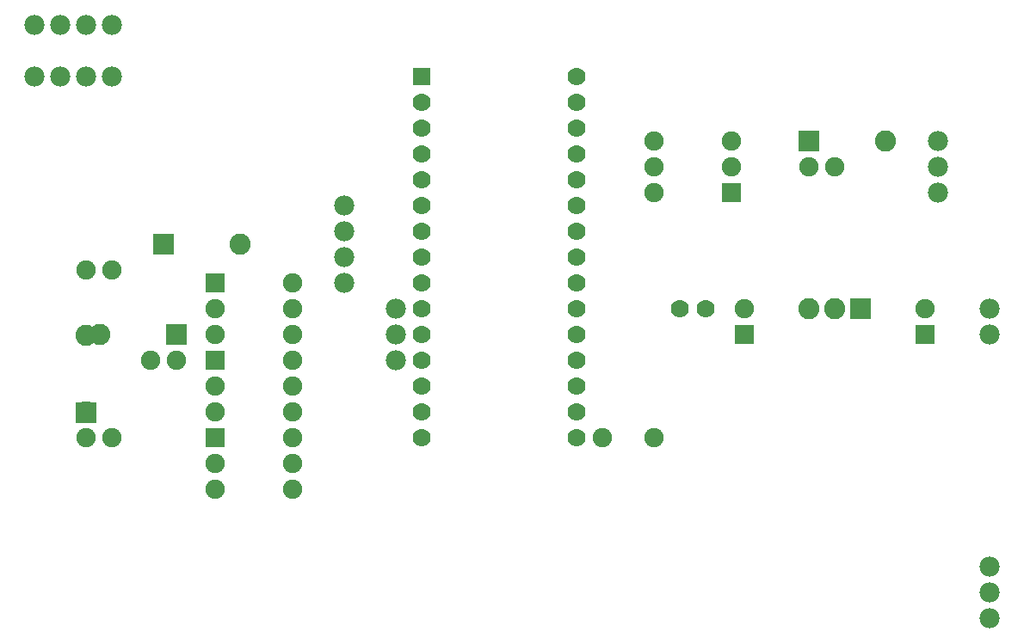
<source format=gtl>
G04 MADE WITH FRITZING*
G04 WWW.FRITZING.ORG*
G04 DOUBLE SIDED*
G04 HOLES PLATED*
G04 CONTOUR ON CENTER OF CONTOUR VECTOR*
%ASAXBY*%
%FSLAX23Y23*%
%MOIN*%
%OFA0B0*%
%SFA1.0B1.0*%
%ADD10C,0.075000*%
%ADD11C,0.078000*%
%ADD12C,0.082000*%
%ADD13C,0.070000*%
%ADD14R,0.082000X0.082000*%
%ADD15R,0.069972X0.070000*%
%ADD16R,0.075000X0.075000*%
%LNCOPPER1*%
G90*
G70*
G54D10*
X2270Y823D03*
X2470Y823D03*
G54D11*
X3770Y323D03*
X3770Y223D03*
X3770Y123D03*
G54D12*
X3270Y1323D03*
X3170Y1323D03*
X3070Y1323D03*
G54D13*
X1570Y2223D03*
X1570Y2123D03*
X1570Y2023D03*
X1570Y1923D03*
X1570Y1823D03*
X1570Y1723D03*
X1570Y1623D03*
X1570Y1523D03*
X1570Y1423D03*
X1570Y1323D03*
X1570Y1223D03*
X1570Y1123D03*
X1570Y1023D03*
X1570Y923D03*
X1570Y823D03*
X2170Y2223D03*
X2170Y2123D03*
X2170Y2023D03*
X2170Y1923D03*
X2170Y1823D03*
X2170Y1723D03*
X2170Y1623D03*
X2170Y1523D03*
X2170Y1423D03*
X2170Y1323D03*
X2170Y1223D03*
X2170Y1123D03*
X2170Y1023D03*
X2170Y923D03*
X2170Y823D03*
G54D11*
X1470Y1323D03*
X1470Y1223D03*
X1470Y1123D03*
X370Y2423D03*
X270Y2423D03*
X170Y2423D03*
X70Y2423D03*
X370Y2223D03*
X270Y2223D03*
X170Y2223D03*
X70Y2223D03*
X3770Y1223D03*
X3770Y1323D03*
X3570Y1973D03*
X3570Y1873D03*
X3570Y1773D03*
G54D10*
X3520Y1223D03*
X3520Y1323D03*
X2820Y1223D03*
X2820Y1323D03*
G54D13*
X2570Y1323D03*
X2670Y1323D03*
G54D10*
X770Y1123D03*
X1070Y1123D03*
X770Y1023D03*
X1070Y1023D03*
X770Y923D03*
X1070Y923D03*
X770Y1423D03*
X1070Y1423D03*
X770Y1323D03*
X1070Y1323D03*
X770Y1223D03*
X1070Y1223D03*
X770Y823D03*
X1070Y823D03*
X770Y723D03*
X1070Y723D03*
X770Y623D03*
X1070Y623D03*
X2770Y1773D03*
X2470Y1773D03*
X2770Y1873D03*
X2470Y1873D03*
X2770Y1973D03*
X2470Y1973D03*
X520Y1123D03*
X620Y1123D03*
X270Y1473D03*
X370Y1473D03*
X270Y823D03*
X370Y823D03*
X3170Y1873D03*
X3070Y1873D03*
G54D12*
X620Y1223D03*
X322Y1223D03*
X570Y1573D03*
X868Y1573D03*
X270Y923D03*
X270Y1221D03*
X3070Y1973D03*
X3368Y1973D03*
G54D11*
X1270Y1523D03*
X1270Y1423D03*
X1270Y1623D03*
X1270Y1723D03*
G54D14*
X3270Y1323D03*
G54D15*
X1570Y2223D03*
G54D16*
X3520Y1223D03*
X2820Y1223D03*
X770Y1123D03*
X770Y1423D03*
X770Y823D03*
X2770Y1773D03*
G54D14*
X621Y1223D03*
X569Y1573D03*
X270Y922D03*
X3069Y1973D03*
G04 End of Copper1*
M02*
</source>
